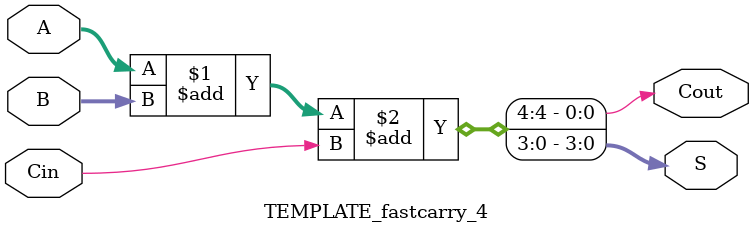
<source format=v>
module TEMPLATE_fastcarry_4 (A, B, Cin, S, Cout);
    input  [ 3: 0] A;
    input  [ 3: 0] B;
    input          Cin;
    output [ 3: 0] S;
    output         Cout;

    assign {Cout, S} = A + B + Cin;

endmodule
</source>
